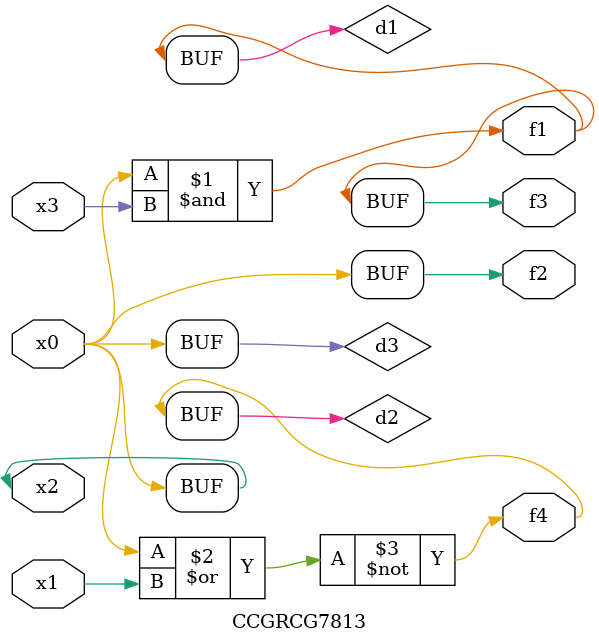
<source format=v>
module CCGRCG7813(
	input x0, x1, x2, x3,
	output f1, f2, f3, f4
);

	wire d1, d2, d3;

	and (d1, x2, x3);
	nor (d2, x0, x1);
	buf (d3, x0, x2);
	assign f1 = d1;
	assign f2 = d3;
	assign f3 = d1;
	assign f4 = d2;
endmodule

</source>
